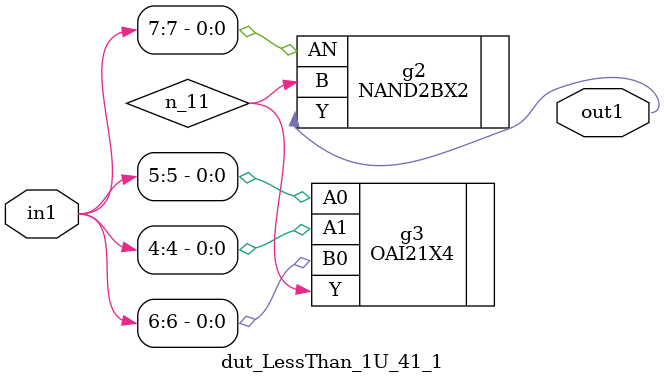
<source format=v>
`timescale 1ps / 1ps


module dut_LessThan_1U_41_1(in1, out1);
  input [7:0] in1;
  output out1;
  wire [7:0] in1;
  wire out1;
  wire n_11;
  NAND2BX2 g2(.AN (in1[7]), .B (n_11), .Y (out1));
  OAI21X4 g3(.A0 (in1[5]), .A1 (in1[4]), .B0 (in1[6]), .Y (n_11));
endmodule



</source>
